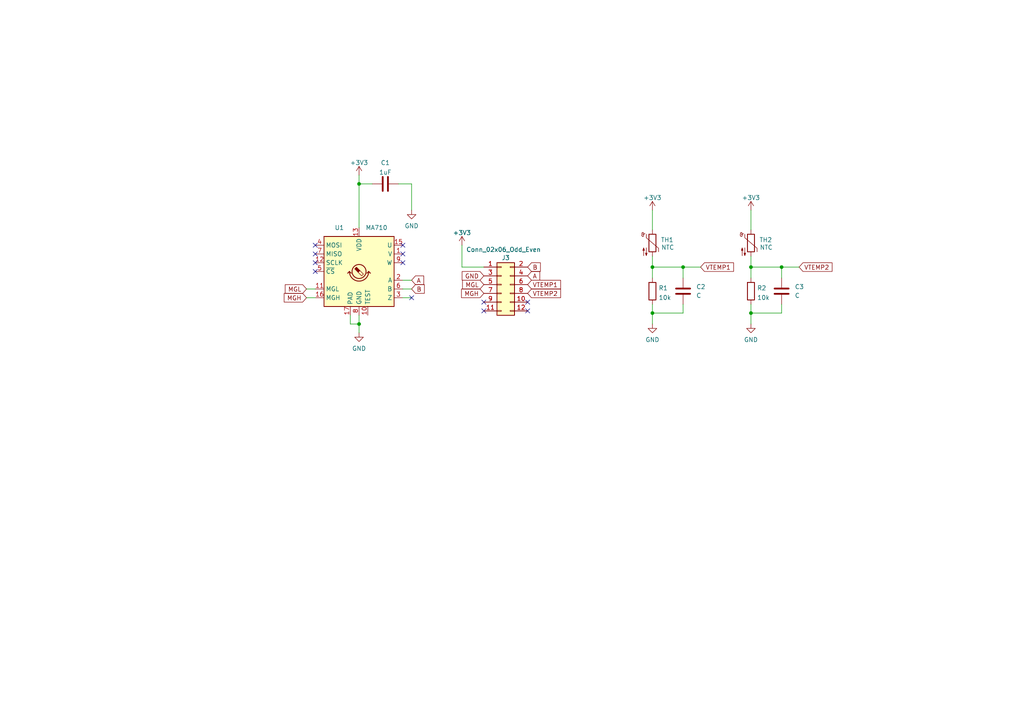
<source format=kicad_sch>
(kicad_sch (version 20211123) (generator eeschema)
  (paper "A4")
  (lib_symbols
    (symbol "Connector_Generic:Conn_02x06_Odd_Even" (pin_names (offset 1.016) hide)
      (property "Reference" "J" (at 1.27 7.62 0))
      (property "Value" "Conn_02x06_Odd_Even" (at 1.27 -10.16 0))
      (symbol "Conn_02x06_Odd_Even_1_1"
        (rectangle (start -1.27 -7.493) (end 0 -7.747) (stroke (width 0.1524)))
        (rectangle (start -1.27 -4.953) (end 0 -5.207) (stroke (width 0.1524)))
        (rectangle (start -1.27 -2.413) (end 0 -2.667) (stroke (width 0.1524)))
        (rectangle (start -1.27 0.127) (end 0 -0.127) (stroke (width 0.1524)))
        (rectangle (start -1.27 2.667) (end 0 2.413) (stroke (width 0.1524)))
        (rectangle (start -1.27 5.207) (end 0 4.953) (stroke (width 0.1524)))
        (rectangle (start -1.27 6.35) (end 3.81 -8.89) (stroke (width 0.254)) (fill (type background)))
        (rectangle (start 3.81 -7.493) (end 2.54 -7.747) (stroke (width 0.1524)))
        (rectangle (start 3.81 -4.953) (end 2.54 -5.207) (stroke (width 0.1524)))
        (rectangle (start 3.81 -2.413) (end 2.54 -2.667) (stroke (width 0.1524)))
        (rectangle (start 3.81 0.127) (end 2.54 -0.127) (stroke (width 0.1524)))
        (rectangle (start 3.81 2.667) (end 2.54 2.413) (stroke (width 0.1524)))
        (rectangle (start 3.81 5.207) (end 2.54 4.953) (stroke (width 0.1524)))
        (pin passive line (at -5.08 5.08 0) (length 3.81) (name "Pin_1") (number "1"))
        (pin passive line (at 7.62 -5.08 180) (length 3.81) (name "Pin_10") (number "10"))
        (pin passive line (at -5.08 -7.62 0) (length 3.81) (name "Pin_11") (number "11"))
        (pin passive line (at 7.62 -7.62 180) (length 3.81) (name "Pin_12") (number "12"))
        (pin passive line (at 7.62 5.08 180) (length 3.81) (name "Pin_2") (number "2"))
        (pin passive line (at -5.08 2.54 0) (length 3.81) (name "Pin_3") (number "3"))
        (pin passive line (at 7.62 2.54 180) (length 3.81) (name "Pin_4") (number "4"))
        (pin passive line (at -5.08 0 0) (length 3.81) (name "Pin_5") (number "5"))
        (pin passive line (at 7.62 0 180) (length 3.81) (name "Pin_6") (number "6"))
        (pin passive line (at -5.08 -2.54 0) (length 3.81) (name "Pin_7") (number "7"))
        (pin passive line (at 7.62 -2.54 180) (length 3.81) (name "Pin_8") (number "8"))
        (pin passive line (at -5.08 -5.08 0) (length 3.81) (name "Pin_9") (number "9"))
      )
    )
    (symbol "Device:C" (pin_numbers hide) (pin_names (offset 0.254))
      (property "Reference" "C" (at 0.635 2.54 0))
      (property "Value" "C" (at 0.635 -2.54 0))
      (symbol "C_0_1"
        (polyline (pts (xy -2.032 -0.762) (xy 2.032 -0.762)) (stroke (width 0.508)))
        (polyline (pts (xy -2.032 0.762) (xy 2.032 0.762)) (stroke (width 0.508)))
      )
      (symbol "C_1_1"
        (pin passive line (at 0 3.81 270) (length 2.794) (name "~") (number "1"))
        (pin passive line (at 0 -3.81 90) (length 2.794) (name "~") (number "2"))
      )
    )
    (symbol "Device:R" (pin_numbers hide) (pin_names (offset 0))
      (property "Reference" "R" (at 2.032 0 90))
      (property "Value" "R" (at 0 0 90))
      (symbol "R_0_1"
        (rectangle (start -1.016 -2.54) (end 1.016 2.54) (stroke (width 0.254)))
      )
      (symbol "R_1_1"
        (pin passive line (at 0 3.81 270) (length 1.27) (name "~") (number "1"))
        (pin passive line (at 0 -3.81 90) (length 1.27) (name "~") (number "2"))
      )
    )
    (symbol "Device:Thermistor_NTC" (pin_numbers hide) (pin_names (offset 0))
      (property "Reference" "TH" (at -4.445 0 90))
      (property "Value" "Thermistor_NTC" (at 3.175 0 90))
      (symbol "Thermistor_NTC_0_1"
        (arc (start -3.048 2.159) (mid -3.0505 2.3165) (end -3.175 2.413))
        (arc (start -3.048 2.159) (mid -2.9736 1.9794) (end -2.794 1.905))
        (arc (start -3.048 2.794) (mid -2.9736 2.6144) (end -2.794 2.54))
        (arc (start -2.794 1.905) (mid -2.6144 1.9794) (end -2.54 2.159))
        (arc (start -2.794 2.54) (mid -2.434 2.5608) (end -2.159 2.794))
        (arc (start -2.794 3.048) (mid -2.9736 2.9736) (end -3.048 2.794))
        (arc (start -2.54 2.794) (mid -2.6144 2.9736) (end -2.794 3.048))
        (rectangle (start -1.016 2.54) (end 1.016 -2.54) (stroke (width 0.254)))
        (polyline (pts (xy -2.54 2.159) (xy -2.54 2.794)))
        (polyline (pts (xy -1.778 2.54) (xy -1.778 1.524) (xy 1.778 -1.524) (xy 1.778 -2.54)))
        (polyline (pts (xy -2.54 -3.683) (xy -2.54 -1.397) (xy -2.794 -2.159) (xy -2.286 -2.159) (xy -2.54 -1.397) (xy -2.54 -1.651)) (fill (type outline)))
        (polyline (pts (xy -1.778 -1.397) (xy -1.778 -3.683) (xy -2.032 -2.921) (xy -1.524 -2.921) (xy -1.778 -3.683) (xy -1.778 -3.429)) (fill (type outline)))
      )
      (symbol "Thermistor_NTC_1_1"
        (pin passive line (at 0 3.81 270) (length 1.27) (name "~") (number "1"))
        (pin passive line (at 0 -3.81 90) (length 1.27) (name "~") (number "2"))
      )
    )
    (symbol "MA310:MA310"
      (property "Reference" "U" (at -10.16 11.43 0))
      (property "Value" "MA310" (at 10.16 11.43 0))
      (symbol "MA310_0_1"
        (rectangle (start -10.16 10.16) (end 10.16 -10.16) (stroke (width 0.254)) (fill (type background)))
        (arc (start -2.794 0) (mid 0 -2.794) (end 2.794 0) (stroke (width 0.254)))
        (polyline (pts (xy -2.794 0) (xy -3.302 -0.508)) (stroke (width 0.254)))
        (polyline (pts (xy -2.794 0) (xy -2.286 -0.508)) (stroke (width 0.254)))
        (polyline (pts (xy 2.794 0) (xy 2.286 -0.508)) (stroke (width 0.254)))
        (polyline (pts (xy 2.794 0) (xy 3.302 -0.508)) (stroke (width 0.254)))
      )
      (symbol "MA310_1_1"
        (polyline (pts (xy 0.254 0.254) (xy 1.27 -0.762) (xy 0.762 -1.27) (xy -0.254 -0.254)))
        (polyline (pts (xy -0.762 1.27) (xy 0.254 0.254) (xy -0.254 -0.254) (xy -1.27 0.762) (xy -1.016 1.016) (xy -0.762 1.27) (xy -0.635 1.143)) (fill (type outline)))
        (circle (center 0 0) (radius 2.032) (stroke (width 0.254)))
        (pin output line (at 12.7 5.08 180) (length 2.54) (name "V") (number "1"))
        (pin passive line (at 2.54 -12.7 90) (length 2.54) (name "TEST") (number "10"))
        (pin output line (at -12.7 -5.08 0) (length 2.54) (name "MGL") (number "11"))
        (pin input line (at -12.7 2.54 0) (length 2.54) (name "SCLK") (number "12"))
        (pin power_in line (at 0 12.7 270) (length 2.54) (name "VDD") (number "13"))
        (pin no_connect line (at 5.08 -10.16 90) (length 2.54) hide (name "NC") (number "14"))
        (pin input line (at 12.7 7.62 180) (length 2.54) (name "U") (number "15"))
        (pin output line (at -12.7 -7.62 0) (length 2.54) (name "MGH") (number "16"))
        (pin input line (at -2.54 -12.7 90) (length 2.54) (name "PAD") (number "17"))
        (pin output line (at 12.7 -2.54 180) (length 2.54) (name "A") (number "2"))
        (pin output line (at 12.7 -7.62 180) (length 2.54) (name "Z") (number "3"))
        (pin input line (at -12.7 7.62 0) (length 2.54) (name "MOSI") (number "4"))
        (pin input line (at -12.7 0 0) (length 2.54) (name "~{CS}") (number "5"))
        (pin output line (at 12.7 -5.08 180) (length 2.54) (name "B") (number "6"))
        (pin output line (at -12.7 5.08 0) (length 2.54) (name "MISO") (number "7"))
        (pin power_in line (at 0 -12.7 90) (length 2.54) (name "GND") (number "8"))
        (pin output line (at 12.7 2.54 180) (length 2.54) (name "W") (number "9"))
      )
    )
    (symbol "power:+3.3V" (power) (pin_names (offset 0))
      (property "Value" "+3.3V" (at 0 3.556 0))
      (symbol "+3.3V_0_1"
        (polyline (pts (xy -0.762 1.27) (xy 0 2.54)))
        (polyline (pts (xy 0 0) (xy 0 2.54)))
        (polyline (pts (xy 0 2.54) (xy 0.762 1.27)))
      )
      (symbol "+3.3V_1_1"
        (pin power_in line (at 0 0 90) (length 0) hide (name "+3V3") (number "1"))
      )
    )
    (symbol "power:GND" (power) (pin_names (offset 0))
      (property "Value" "GND" (at 0 -3.81 0))
      (symbol "GND_0_1"
        (polyline (pts (xy 0 0) (xy 0 -1.27) (xy 1.27 -1.27) (xy 0 -2.54) (xy -1.27 -1.27) (xy 0 -1.27)))
      )
      (symbol "GND_1_1"
        (pin power_in line (at 0 0 270) (length 0) hide (name "GND") (number "1"))
      )
    )
  )
  (junction (at 189.23 77.47))
  (junction (at 226.695 77.47))
  (junction (at 217.805 77.47))
  (junction (at 198.12 77.47))
  (junction (at 189.23 90.805))
  (junction (at 104.14 53.34))
  (junction (at 217.805 90.805))
  (junction (at 104.14 93.98))
  (no_connect (at 116.84 71.12))
  (no_connect (at 140.335 90.17))
  (no_connect (at 91.44 76.2))
  (no_connect (at 91.44 71.12))
  (no_connect (at 153.035 90.17))
  (no_connect (at 119.38 86.36))
  (no_connect (at 91.44 73.66))
  (no_connect (at 116.84 73.66))
  (no_connect (at 153.035 87.63))
  (no_connect (at 91.44 78.74))
  (no_connect (at 140.335 87.63))
  (no_connect (at 116.84 76.2))
  (wire (pts (xy 104.14 50.8) (xy 104.14 53.34)))
  (wire (pts (xy 189.23 77.47) (xy 198.12 77.47)))
  (wire (pts (xy 189.23 74.295) (xy 189.23 77.47)))
  (wire (pts (xy 198.12 90.805) (xy 189.23 90.805)))
  (wire (pts (xy 226.695 90.805) (xy 217.805 90.805)))
  (wire (pts (xy 217.805 88.265) (xy 217.805 90.805)))
  (wire (pts (xy 189.23 88.265) (xy 189.23 90.805)))
  (wire (pts (xy 116.84 83.82) (xy 119.38 83.82)))
  (wire (pts (xy 104.14 53.34) (xy 104.14 66.04)))
  (wire (pts (xy 133.985 77.47) (xy 140.335 77.47)))
  (wire (pts (xy 116.84 86.36) (xy 119.38 86.36)))
  (wire (pts (xy 101.6 91.44) (xy 101.6 93.98)))
  (wire (pts (xy 101.6 93.98) (xy 104.14 93.98)))
  (wire (pts (xy 133.985 71.12) (xy 133.985 77.47)))
  (wire (pts (xy 226.695 77.47) (xy 231.775 77.47)))
  (wire (pts (xy 189.23 90.805) (xy 189.23 93.98)))
  (wire (pts (xy 198.12 77.47) (xy 203.2 77.47)))
  (wire (pts (xy 198.12 77.47) (xy 198.12 80.645)))
  (wire (pts (xy 217.805 74.295) (xy 217.805 77.47)))
  (wire (pts (xy 217.805 77.47) (xy 217.805 80.645)))
  (wire (pts (xy 226.695 88.265) (xy 226.695 90.805)))
  (wire (pts (xy 189.23 60.96) (xy 189.23 66.675)))
  (wire (pts (xy 104.14 53.34) (xy 107.95 53.34)))
  (wire (pts (xy 198.12 88.265) (xy 198.12 90.805)))
  (wire (pts (xy 116.84 81.28) (xy 119.38 81.28)))
  (wire (pts (xy 189.23 77.47) (xy 189.23 80.645)))
  (wire (pts (xy 115.57 53.34) (xy 119.38 53.34)))
  (wire (pts (xy 119.38 53.34) (xy 119.38 60.96)))
  (wire (pts (xy 226.695 77.47) (xy 226.695 80.645)))
  (wire (pts (xy 217.805 77.47) (xy 226.695 77.47)))
  (wire (pts (xy 217.805 60.96) (xy 217.805 66.675)))
  (wire (pts (xy 88.9 86.36) (xy 91.44 86.36)))
  (wire (pts (xy 104.14 91.44) (xy 104.14 93.98)))
  (wire (pts (xy 104.14 93.98) (xy 104.14 96.52)))
  (wire (pts (xy 217.805 90.805) (xy 217.805 93.98)))
  (wire (pts (xy 88.9 83.82) (xy 91.44 83.82)))
  (global_label "VTEMP2" (shape input) (at 153.035 85.09 0) (property "Intersheet References" "${INTERSHEET_REFS}" (effects hide)))
  (global_label "MGH" (shape input) (at 140.335 85.09 180) (property "Intersheet References" "${INTERSHEET_REFS}" (effects hide)))
  (global_label "MGH" (shape input) (at 88.9 86.36 180) (property "Intersheet References" "${INTERSHEET_REFS}" (effects hide)))
  (global_label "A" (shape input) (at 153.035 80.01 0) (property "Intersheet References" "${INTERSHEET_REFS}" (effects hide)))
  (global_label "B" (shape input) (at 119.38 83.82 0) (property "Intersheet References" "${INTERSHEET_REFS}" (effects hide)))
  (global_label "VTEMP2" (shape input) (at 231.775 77.47 0) (property "Intersheet References" "${INTERSHEET_REFS}" (effects hide)))
  (global_label "MGL" (shape input) (at 88.9 83.82 180) (property "Intersheet References" "${INTERSHEET_REFS}" (effects hide)))
  (global_label "B" (shape input) (at 153.035 77.47 0) (property "Intersheet References" "${INTERSHEET_REFS}" (effects hide)))
  (global_label "MGL" (shape input) (at 140.335 82.55 180) (property "Intersheet References" "${INTERSHEET_REFS}" (effects hide)))
  (global_label "VTEMP1" (shape input) (at 153.035 82.55 0) (property "Intersheet References" "${INTERSHEET_REFS}" (effects hide)))
  (global_label "GND" (shape input) (at 140.335 80.01 180) (property "Intersheet References" "${INTERSHEET_REFS}" (effects hide)))
  (global_label "A" (shape input) (at 119.38 81.28 0) (property "Intersheet References" "${INTERSHEET_REFS}" (effects hide)))
  (global_label "VTEMP1" (shape input) (at 203.2 77.47 0) (property "Intersheet References" "${INTERSHEET_REFS}" (effects hide)))
  (symbol (lib_id "power:GND") (at 217.805 93.98 0) (unit 1)
    (property "Reference" "#PWR05" (effects hide))
    (property "Value" "GND" (at 217.805 98.5426 0))
  )
  (symbol (lib_id "power:+3.3V") (at 104.14 50.8 0) (unit 1)
    (property "Reference" "#PWR0101" (effects hide))
    (property "Value" "+3.3V" (at 104.14 47.1954 0))
  )
  (symbol (lib_id "Device:C") (at 198.12 84.455 0) (unit 1)
    (property "Reference" "C2" (at 201.93 83.1849 0) (effects (justify left)))
    (property "Value" "C" (at 201.93 85.7249 0) (effects (justify left)))
    (property "Footprint" "footprints:C_0603_1608Metric_Pad1.08x0.95mm_HandSolder" (effects hide))
  )
  (symbol (lib_id "Device:C") (at 226.695 84.455 0) (unit 1)
    (property "Reference" "C3" (at 230.505 83.1849 0) (effects (justify left)))
    (property "Value" "C" (at 230.505 85.7249 0) (effects (justify left)))
    (property "Footprint" "footprints:C_0603_1608Metric_Pad1.08x0.95mm_HandSolder" (effects hide))
  )
  (symbol (lib_id "Device:C") (at 111.76 53.34 90) (unit 1)
    (property "Reference" "C1" (at 111.76 47.2144 90))
    (property "Value" "1uF" (at 111.76 49.9895 90))
    (property "Footprint" "footprints:C_0603_1608Metric_Pad1.08x0.95mm_HandSolder" (effects hide))
  )
  (symbol (lib_id "power:GND") (at 189.23 93.98 0) (unit 1)
    (property "Reference" "#PWR04" (effects hide))
    (property "Value" "GND" (at 189.23 98.5426 0))
  )
  (symbol (lib_id "power:+3.3V") (at 217.805 60.96 0) (unit 1)
    (property "Reference" "#PWR02" (effects hide))
    (property "Value" "+3.3V" (at 217.805 57.3554 0))
  )
  (symbol (lib_id "power:GND") (at 104.14 96.52 0) (unit 1)
    (property "Reference" "#PWR0102" (effects hide))
    (property "Value" "GND" (at 104.14 101.0826 0))
  )
  (symbol (lib_id "Device:Thermistor_NTC") (at 189.23 70.485 0) (unit 1)
    (property "Reference" "TH1" (at 191.6431 69.5765 0) (effects (justify left)))
    (property "Value" "NTC" (at 191.77 71.755 0) (effects (justify left)))
    (property "Footprint" "footprints:PinHeader_1x02_P2.54mm_Vertical" (effects hide))
  )
  (symbol (lib_id "MA310:MA310") (at 104.14 78.74 0) (unit 1)
    (property "Reference" "U1" (at 98.425 66.04 0))
    (property "Value" "MA710" (at 109.22 66.04 0))
    (property "Footprint" "Package_DFN_QFN:VQFN-16-1EP_3x3mm_P0.5mm_EP1.8x1.8mm" (effects hide))
    (property "Datasheet" "https://www.monolithicpower.com/en/documentview/productdocument/index/version/2/document_type/Datasheet/lang/en/sku/MA310/document_id/3560/" (effects hide))
  )
  (symbol (lib_id "power:+3.3V") (at 189.23 60.96 0) (unit 1)
    (property "Reference" "#PWR03" (effects hide))
    (property "Value" "+3.3V" (at 189.23 57.3554 0))
  )
  (symbol (lib_id "Device:R") (at 217.805 84.455 0) (unit 1)
    (property "Reference" "R2" (at 219.5831 83.5465 0) (effects (justify left)))
    (property "Value" "10k" (at 219.5831 86.3216 0) (effects (justify left)))
    (property "Footprint" "footprints:R_0603_1608Metric_Pad0.98x0.95mm_HandSolder" (effects hide))
  )
  (symbol (lib_id "Device:R") (at 189.23 84.455 0) (unit 1)
    (property "Reference" "R1" (at 191.0081 83.5465 0) (effects (justify left)))
    (property "Value" "10k" (at 191.0081 86.3216 0) (effects (justify left)))
    (property "Footprint" "footprints:R_0603_1608Metric_Pad0.98x0.95mm_HandSolder" (effects hide))
  )
  (symbol (lib_id "power:GND") (at 119.38 60.96 0) (unit 1)
    (property "Reference" "#PWR01" (effects hide))
    (property "Value" "GND" (at 119.38 65.5226 0))
  )
  (symbol (lib_id "Connector_Generic:Conn_02x06_Odd_Even") (at 145.415 82.55 0) (unit 1)
    (property "Reference" "J3" (at 146.685 74.7734 0))
    (property "Value" "Conn_02x06_Odd_Even" (at 146.05 72.39 0))
    (property "Footprint" "footprints:PinHeader_2x06_P2.54mm_Vertical" (effects hide))
  )
  (symbol (lib_id "power:+3.3V") (at 133.985 71.12 0) (unit 1)
    (property "Reference" "#PWR0104" (effects hide))
    (property "Value" "+3.3V" (at 133.985 67.5154 0))
  )
  (symbol (lib_id "Device:Thermistor_NTC") (at 217.805 70.485 0) (unit 1)
    (property "Reference" "TH2" (at 220.2181 69.5765 0) (effects (justify left)))
    (property "Value" "NTC" (at 220.345 71.755 0) (effects (justify left)))
    (property "Footprint" "footprints:PinHeader_1x02_P2.54mm_Vertical" (effects hide))
  )
)
</source>
